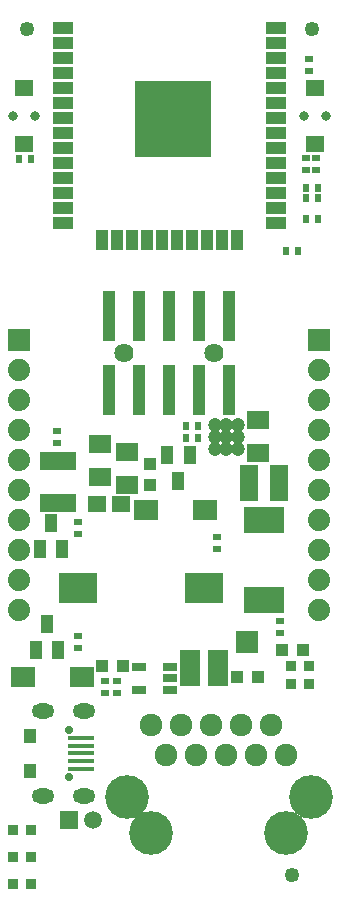
<source format=gbr>
G04 #@! TF.GenerationSoftware,KiCad,Pcbnew,6.0.0-rc1-unknown-0cca1c6~65~ubuntu16.04.1*
G04 #@! TF.CreationDate,2018-08-03T14:11:54+03:00*
G04 #@! TF.ProjectId,ESP32-PoE_Rev_B,45535033322D506F455F5265765F422E,B*
G04 #@! TF.SameCoordinates,Original*
G04 #@! TF.FileFunction,Soldermask,Top*
G04 #@! TF.FilePolarity,Negative*
%FSLAX46Y46*%
G04 Gerber Fmt 4.6, Leading zero omitted, Abs format (unit mm)*
G04 Created by KiCad (PCBNEW 6.0.0-rc1-unknown-0cca1c6~65~ubuntu16.04.1) date Fri Aug  3 14:11:54 2018*
%MOMM*%
%LPD*%
G01*
G04 APERTURE LIST*
%ADD10C,0.801600*%
%ADD11R,1.601600X1.401600*%
%ADD12C,1.625600*%
%ADD13R,1.101600X4.351600*%
%ADD14C,1.700000*%
%ADD15C,2.400000*%
%ADD16R,6.400000X6.400000*%
%ADD17R,1.801600X1.001600*%
%ADD18R,1.001600X1.801600*%
%ADD19R,1.101600X1.501600*%
%ADD20C,1.200000*%
%ADD21R,1.822400X1.822400*%
%ADD22R,0.651600X0.601600*%
%ADD23R,1.701600X3.101600*%
%ADD24R,2.251600X0.426600*%
%ADD25C,0.701600*%
%ADD26R,1.101600X1.201600*%
%ADD27O,1.901600X1.301600*%
%ADD28R,0.901600X0.901600*%
%ADD29R,1.117600X1.117600*%
%ADD30C,1.254000*%
%ADD31R,1.625600X1.371600*%
%ADD32C,1.924000*%
%ADD33C,3.700000*%
%ADD34R,1.879600X1.625600*%
%ADD35R,2.101600X1.801600*%
%ADD36R,3.501600X2.301600*%
%ADD37R,3.301600X2.601600*%
%ADD38R,1.301600X0.651600*%
%ADD39C,1.879600*%
%ADD40R,1.879600X1.879600*%
%ADD41R,0.601600X0.651600*%
%ADD42R,3.101600X1.601600*%
%ADD43R,1.601600X3.101600*%
%ADD44R,1.501600X1.501600*%
%ADD45C,1.501600*%
G04 APERTURE END LIST*
D10*
G04 #@! TO.C,BUT1*
X117359000Y-104267000D03*
X115559000Y-104267000D03*
D11*
X116459000Y-101890000D03*
X116459000Y-106644000D03*
G04 #@! TD*
G04 #@! TO.C,RST1*
X91821000Y-106644000D03*
X91821000Y-101890000D03*
D10*
X90921000Y-104267000D03*
X92721000Y-104267000D03*
G04 #@! TD*
D12*
G04 #@! TO.C,UEXT1*
X100330000Y-124333000D03*
D13*
X109220000Y-121208000D03*
X109220000Y-127458000D03*
X106680000Y-121208000D03*
X106680000Y-127458000D03*
X104140000Y-121208000D03*
X104140000Y-127458000D03*
X101600000Y-121208000D03*
X101600000Y-127458000D03*
X99060000Y-121208000D03*
X99060000Y-127458000D03*
D12*
X107950000Y-124333000D03*
G04 #@! TD*
D14*
G04 #@! TO.C,U9*
X102099600Y-106834800D03*
D15*
X104411000Y-104498000D03*
D16*
X104440000Y-104485000D03*
D17*
X113140000Y-96825000D03*
X113140000Y-98095000D03*
X113140000Y-99365000D03*
X113140000Y-100635000D03*
X113140000Y-101905000D03*
X113140000Y-103175000D03*
X113140000Y-104445000D03*
X113140000Y-105715000D03*
X113140000Y-106985000D03*
X113140000Y-108255000D03*
X113140000Y-109525000D03*
X113140000Y-110795000D03*
X113140000Y-112065000D03*
X113140000Y-113335000D03*
D18*
X109870000Y-114785000D03*
X108600000Y-114785000D03*
X107330000Y-114785000D03*
X106060000Y-114785000D03*
X104790000Y-114785000D03*
X103520000Y-114785000D03*
X102250000Y-114785000D03*
X100980000Y-114785000D03*
X99710000Y-114785000D03*
X98440000Y-114785000D03*
D17*
X95140000Y-113295000D03*
X95140000Y-112025000D03*
X95140000Y-110755000D03*
X95140000Y-109485000D03*
X95140000Y-108215000D03*
X95140000Y-106945000D03*
X95140000Y-105675000D03*
X95140000Y-104405000D03*
X95140000Y-103135000D03*
X95140000Y-101865000D03*
X95140000Y-100595000D03*
X95140000Y-99325000D03*
X95140000Y-98055000D03*
X95140000Y-96785000D03*
D14*
X106773200Y-106834800D03*
X102099600Y-102135800D03*
X106773200Y-102135800D03*
X104411000Y-102135800D03*
X104411000Y-106834800D03*
X102099600Y-104371000D03*
X106773200Y-104371000D03*
G04 #@! TD*
D19*
G04 #@! TO.C,D2*
X94107000Y-138727000D03*
X95057000Y-140927000D03*
X93157000Y-140927000D03*
G04 #@! TD*
D20*
G04 #@! TO.C,U8*
X107966000Y-132445000D03*
X108966000Y-132445000D03*
X109966000Y-132445000D03*
X107966000Y-131445000D03*
X108966000Y-131445000D03*
X109966000Y-131445000D03*
X108966000Y-130445000D03*
X107966000Y-130445000D03*
X109966000Y-130445000D03*
G04 #@! TD*
D21*
G04 #@! TO.C,U4*
X110744000Y-148844000D03*
G04 #@! TD*
D22*
G04 #@! TO.C,R48*
X116586000Y-107823000D03*
X116586000Y-108839000D03*
G04 #@! TD*
G04 #@! TO.C,R49*
X115697000Y-108839000D03*
X115697000Y-107823000D03*
G04 #@! TD*
G04 #@! TO.C,R47*
X115951000Y-99441000D03*
X115951000Y-100457000D03*
G04 #@! TD*
D23*
G04 #@! TO.C,L2*
X108261000Y-151003000D03*
X105861000Y-151003000D03*
G04 #@! TD*
D19*
G04 #@! TO.C,FET1*
X105851960Y-133004560D03*
X103949500Y-133004560D03*
X104904540Y-135214360D03*
G04 #@! TD*
G04 #@! TO.C,FET2*
X92839540Y-149479000D03*
X94742000Y-149479000D03*
X93786960Y-147269200D03*
G04 #@! TD*
D24*
G04 #@! TO.C,USB-UART1*
X96626000Y-156942000D03*
X96626000Y-157592000D03*
X96626000Y-158242000D03*
X96626000Y-158892000D03*
X96626000Y-159542000D03*
D25*
X95626000Y-156242000D03*
X95626000Y-160242000D03*
D26*
X92326000Y-156742000D03*
X92326000Y-159742000D03*
D27*
X93476000Y-154642000D03*
X96946000Y-154642000D03*
X96946000Y-161842000D03*
X93476000Y-161842000D03*
G04 #@! TD*
D28*
G04 #@! TO.C,CHRG1*
X92456000Y-167005000D03*
X90932000Y-167005000D03*
G04 #@! TD*
G04 #@! TO.C,COMPL1*
X92456000Y-164719000D03*
X90932000Y-164719000D03*
G04 #@! TD*
D29*
G04 #@! TO.C,C21*
X113665000Y-149479000D03*
X115443000Y-149479000D03*
G04 #@! TD*
G04 #@! TO.C,C22*
X111633000Y-151765000D03*
X109855000Y-151765000D03*
G04 #@! TD*
D28*
G04 #@! TO.C,PWR1*
X92456000Y-169291000D03*
X90932000Y-169291000D03*
G04 #@! TD*
D30*
G04 #@! TO.C,FID1*
X92075000Y-96901000D03*
G04 #@! TD*
G04 #@! TO.C,FID2*
X116205000Y-96901000D03*
G04 #@! TD*
G04 #@! TO.C,FID3*
X114554000Y-168529000D03*
G04 #@! TD*
D31*
G04 #@! TO.C,L6*
X98044000Y-137160000D03*
X100076000Y-137160000D03*
G04 #@! TD*
D32*
G04 #@! TO.C,LAN_CON1*
X102616000Y-155806000D03*
X103886000Y-158346000D03*
X105156000Y-155806000D03*
X106426000Y-158346000D03*
X107696000Y-155806000D03*
X108966000Y-158346000D03*
X110236000Y-155806000D03*
X111506000Y-158346000D03*
X112776000Y-155806000D03*
X114046000Y-158346000D03*
D33*
X100531000Y-161946000D03*
X116131000Y-161946000D03*
X102616000Y-164996000D03*
X114046000Y-164996000D03*
G04 #@! TD*
D34*
G04 #@! TO.C,C24*
X111633000Y-130048000D03*
X111633000Y-132842000D03*
G04 #@! TD*
D35*
G04 #@! TO.C,D1*
X102148000Y-137668000D03*
X107148000Y-137668000D03*
G04 #@! TD*
G04 #@! TO.C,D3*
X96734000Y-151765000D03*
X91734000Y-151765000D03*
G04 #@! TD*
D36*
G04 #@! TO.C,D5*
X112141000Y-138459000D03*
X112141000Y-145259000D03*
G04 #@! TD*
D37*
G04 #@! TO.C,L4*
X96377000Y-144272000D03*
X107077000Y-144272000D03*
G04 #@! TD*
D38*
G04 #@! TO.C,U7*
X104170000Y-152842000D03*
X104170000Y-151892000D03*
X104170000Y-150942000D03*
X101570000Y-152842000D03*
X101570000Y-150942000D03*
G04 #@! TD*
D29*
G04 #@! TO.C,C6*
X98425000Y-150876000D03*
X100203000Y-150876000D03*
G04 #@! TD*
D39*
G04 #@! TO.C,EXT1*
X91440000Y-130840000D03*
X91440000Y-128300000D03*
X91440000Y-125760000D03*
D40*
X91440000Y-123220000D03*
D39*
X91440000Y-133380000D03*
X91440000Y-135920000D03*
X91440000Y-141000000D03*
X91440000Y-138460000D03*
X91440000Y-143540000D03*
X91440000Y-146080000D03*
G04 #@! TD*
G04 #@! TO.C,EXT2*
X116840000Y-146080000D03*
X116840000Y-143540000D03*
X116840000Y-138460000D03*
X116840000Y-141000000D03*
X116840000Y-135920000D03*
X116840000Y-133380000D03*
D40*
X116840000Y-123220000D03*
D39*
X116840000Y-125760000D03*
X116840000Y-128300000D03*
X116840000Y-130840000D03*
G04 #@! TD*
D22*
G04 #@! TO.C,C8*
X96393000Y-148336000D03*
X96393000Y-149352000D03*
G04 #@! TD*
G04 #@! TO.C,R24*
X96393000Y-139700000D03*
X96393000Y-138684000D03*
G04 #@! TD*
G04 #@! TO.C,R1*
X94615000Y-130937000D03*
X94615000Y-131953000D03*
G04 #@! TD*
G04 #@! TO.C,R25*
X113538000Y-147066000D03*
X113538000Y-148082000D03*
G04 #@! TD*
G04 #@! TO.C,R29*
X98679000Y-152146000D03*
X98679000Y-153162000D03*
G04 #@! TD*
G04 #@! TO.C,R30*
X99695000Y-152146000D03*
X99695000Y-153162000D03*
G04 #@! TD*
D41*
G04 #@! TO.C,R31*
X115697000Y-111252000D03*
X116713000Y-111252000D03*
G04 #@! TD*
G04 #@! TO.C,R32*
X92456000Y-107950000D03*
X91440000Y-107950000D03*
G04 #@! TD*
G04 #@! TO.C,R36*
X115697000Y-110363000D03*
X116713000Y-110363000D03*
G04 #@! TD*
G04 #@! TO.C,R39*
X114046000Y-115697000D03*
X115062000Y-115697000D03*
G04 #@! TD*
G04 #@! TO.C,R41*
X106553000Y-131572000D03*
X105537000Y-131572000D03*
G04 #@! TD*
G04 #@! TO.C,R42*
X105537000Y-130556000D03*
X106553000Y-130556000D03*
G04 #@! TD*
G04 #@! TO.C,R44*
X116713000Y-113030000D03*
X115697000Y-113030000D03*
G04 #@! TD*
D22*
G04 #@! TO.C,C14*
X108204000Y-139954000D03*
X108204000Y-140970000D03*
G04 #@! TD*
D34*
G04 #@! TO.C,R43*
X100584000Y-135509000D03*
X100584000Y-132715000D03*
G04 #@! TD*
G04 #@! TO.C,R45*
X98298000Y-134874000D03*
X98298000Y-132080000D03*
G04 #@! TD*
D42*
G04 #@! TO.C,C29*
X94742000Y-137005000D03*
X94742000Y-133505000D03*
G04 #@! TD*
D29*
G04 #@! TO.C,C30*
X102489000Y-135509000D03*
X102489000Y-133731000D03*
G04 #@! TD*
D43*
G04 #@! TO.C,C27*
X110891000Y-135382000D03*
X113391000Y-135382000D03*
G04 #@! TD*
D44*
G04 #@! TO.C,BAT1*
X95638620Y-163852860D03*
D45*
X97650300Y-163850320D03*
G04 #@! TD*
D28*
G04 #@! TO.C,ACT1*
X115951000Y-152400000D03*
X114427000Y-152400000D03*
G04 #@! TD*
G04 #@! TO.C,LNK1*
X115951000Y-150876000D03*
X114427000Y-150876000D03*
G04 #@! TD*
M02*

</source>
